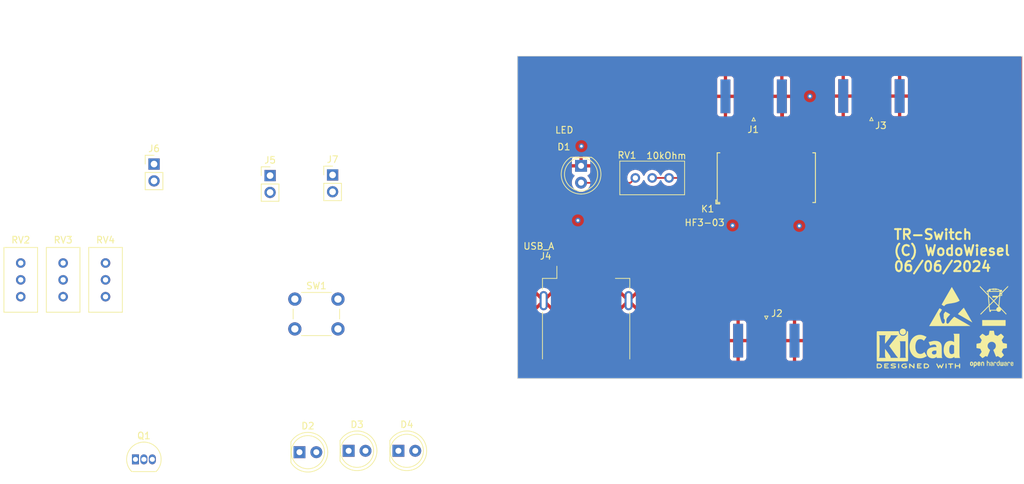
<source format=kicad_pcb>
(kicad_pcb (version 20240108) (generator "pcbnew") (generator_version "8.0")
  (title_block (title "TR-Swtich") (date "2024-06-06") (rev "0.1") (company "(C) WodoWiesel") (comment 1 "06/06/2024"))
  (layers (0 "F.Cu" signal) (31 "B.Cu" signal) (34 "B.Paste" user) (35 "F.Paste" user) (36 "B.SilkS" user "B.Silkscreen") (37 "F.SilkS" user "F.Silkscreen") (38 "B.Mask" user) (39 "F.Mask" user) (44 "Edge.Cuts" user))
  (net 0 "")
  (net 1 "GND")
  (net 2 "Net-(D1-A)")
  (net 3 "+5V")
  (net 4 "Net-(J2-In)")
  (net 5 "Net-(J3-In)")
  (net 6 "Net-(J1-In)")
  (net 11 "Net-(D3-K)")
  (net 12 "Net-(D3-A)")
  (net 13 "Net-(D4-A)")
  (net 14 "Net-(J5-Pin_2)")
  (footprint "LED_THT:LED_D5.0mm" (layer "F.Cu") (at 188.43 64.235 -90)
    (property "Reference" "D1" (at -2.855 2.59 180) (layer "F.SilkS"))
    (property "Value" "LED" (at -5.395 2.53 180) (layer "F.SilkS"))
    (pad "1" thru_hole rect (at 0 0 270) (size 1.8 1.8) (drill 0.9) (layers "*.Cu" "*.Mask") (net 1 "GND"))
    (pad "2" thru_hole circle (at 2.54 0 270) (size 1.8 1.8) (drill 0.9) (layers "*.Cu" "*.Mask") (net 2 "Net-(D1-A)"))
  )
  (footprint "Button_Switch_THT:SW_PUSH_6mm" (layer "F.Cu") (at 145.29 84.34)
    (property "Reference" "SW1" (at 3.25 -2 0) (layer "F.SilkS"))
    (property "Value" "Push_Button")
    (pad "1" thru_hole circle (at 0 0 90) (size 2 2) (drill 1.1) (layers "*.Cu" "*.Mask") (net 1 "GND"))
    (pad "1" thru_hole circle (at 6.5 0 90) (size 2 2) (drill 1.1) (layers "*.Cu" "*.Mask") (net 1 "GND"))
    (pad "2" thru_hole circle (at 0 4.5 90) (size 2 2) (drill 1.1) (layers "*.Cu" "*.Mask") (net 14 "Net-(J5-Pin_2)"))
    (pad "2" thru_hole circle (at 6.5 4.5 90) (size 2 2) (drill 1.1) (layers "*.Cu" "*.Mask") (net 14 "Net-(J5-Pin_2)"))
  )
  (footprint "Connector_Coaxial:SMA_Amphenol_132289_EdgeMount" (layer "F.Cu") (at 232.19 53.7125 90)
    (property "Reference" "J3" (at -4.4475 1.42 0) (layer "F.SilkS"))
    (property "Value" "Conn_Coaxial" (hide yes))
    (pad "1" smd rect (at 0 0 180) (size 1.5 5.08) (layers "F.Cu" "F.Paste" "F.Mask") (net 5 "Net-(J3-In)"))
    (pad "2" smd rect (at 0 -4.25 180) (size 1.5 5.08) (layers "F.Cu" "F.Paste" "F.Mask") (net 1 "GND"))
    (pad "2" smd rect (at 0 -4.25 180) (size 1.5 5.08) (layers "B.Cu" "B.Paste" "B.Mask") (net 1 "GND"))
    (pad "2" smd rect (at 0 4.25 180) (size 1.5 5.08) (layers "F.Cu" "F.Paste" "F.Mask") (net 1 "GND"))
    (pad "2" smd rect (at 0 4.25 180) (size 1.5 5.08) (layers "B.Cu" "B.Paste" "B.Mask") (net 1 "GND"))
  )
  (footprint "Connector_PinHeader_2.54mm:PinHeader_1x02_P2.54mm_Vertical" (layer "F.Cu") (at 141.56 65.71)
    (property "Reference" "J5" (at 0 -2.33 0) (layer "F.SilkS"))
    (property "Value" "Conn_01x02_Socket")
    (pad "1" thru_hole rect (at 0 0) (size 1.7 1.7) (drill 1) (layers "*.Cu" "*.Mask") (net 1 "GND"))
    (pad "2" thru_hole oval (at 0 2.54) (size 1.7 1.7) (drill 1) (layers "*.Cu" "*.Mask") (net 14 "Net-(J5-Pin_2)"))
  )
  (footprint "Symbol:OSHW-Logo2_7.3x6mm_SilkScreen" (layer "F.Cu") (at 250.32 91.87)
    (property "Reference" "REF**" (hide yes))
    (property "Value" "OSHW-Logo2_7.3x6mm_SilkScreen" (hide yes))
  )
  (footprint "Potentiometer_THT:Potentiometer_Bourns_3386C_Horizontal" (layer "F.Cu") (at 196.61 66.06 90)
    (property "Reference" "RV1" (at 3.42 -1.26 0) (layer "F.SilkS"))
    (property "Value" "10kOhm" (at 3.35 4.67 0) (layer "F.SilkS"))
    (pad "1" thru_hole circle (at 0 0 90) (size 1.44 1.44) (drill 0.8) (layers "*.Cu" "*.Mask") (net 2 "Net-(D1-A)"))
    (pad "2" thru_hole circle (at 0 2.54 90) (size 1.44 1.44) (drill 0.8) (layers "*.Cu" "*.Mask") (net 3 "+5V"))
    (pad "3" thru_hole circle (at 0 5.08 90) (size 1.44 1.44) (drill 0.8) (layers "*.Cu" "*.Mask") (net 3 "+5V"))
  )
  (footprint "Symbol:WEEE-Logo_4.2x6mm_SilkScreen" (layer "F.Cu") (at 250.66 85.36)
    (property "Reference" "REF**" (hide yes))
    (property "Value" "WEEE-Logo_4.2x6mm_SilkScreen" (hide yes))
  )
  (footprint "Potentiometer_THT:Potentiometer_Bourns_3386C_Horizontal" (layer "F.Cu") (at 116.76 78.9)
    (property "Reference" "RV4" (at 0 -3.475 0) (layer "F.SilkS"))
    (property "Value" "10kOhm")
    (pad "1" thru_hole circle (at 0 0) (size 1.44 1.44) (drill 0.8) (layers "*.Cu" "*.Mask") (net 13 "Net-(D4-A)"))
    (pad "2" thru_hole circle (at 0 2.54) (size 1.44 1.44) (drill 0.8) (layers "*.Cu" "*.Mask") (net 1 "GND"))
    (pad "3" thru_hole circle (at 0 5.08) (size 1.44 1.44) (drill 0.8) (layers "*.Cu" "*.Mask") (net 1 "GND"))
  )
  (footprint "Symbol:ESD-Logo_6.6x6mm_SilkScreen" (layer "F.Cu") (at 244.15 85.45)
    (property "Reference" "REF**" (hide yes))
    (property "Value" "ESD-Logo_6.6x6mm_SilkScreen" (hide yes))
  )
  (footprint "LED_THT:LED_D5.0mm" (layer "F.Cu") (at 160.9 107.23)
    (property "Reference" "D4" (at 1.27 -3.96 0) (layer "F.SilkS"))
    (property "Value" "LED")
    (pad "1" thru_hole rect (at 0 0) (size 1.8 1.8) (drill 0.9) (layers "*.Cu" "*.Mask") (net 1 "GND"))
    (pad "2" thru_hole circle (at 2.54 0) (size 1.8 1.8) (drill 0.9) (layers "*.Cu" "*.Mask") (net 13 "Net-(D4-A)"))
  )
  (footprint "LED_THT:LED_D5.0mm" (layer "F.Cu") (at 153.4 107.23)
    (property "Reference" "D3" (at 1.27 -3.96 0) (layer "F.SilkS"))
    (property "Value" "LED")
    (pad "1" thru_hole rect (at 0 0) (size 1.8 1.8) (drill 0.9) (layers "*.Cu" "*.Mask") (net 11 "Net-(D3-K)"))
    (pad "2" thru_hole circle (at 2.54 0) (size 1.8 1.8) (drill 0.9) (layers "*.Cu" "*.Mask") (net 12 "Net-(D3-A)"))
  )
  (footprint "Potentiometer_THT:Potentiometer_Bourns_3386C_Horizontal" (layer "F.Cu") (at 110.37 78.9)
    (property "Reference" "RV3" (at 0 -3.475 0) (layer "F.SilkS"))
    (property "Value" "10kOhm")
    (pad "1" thru_hole circle (at 0 0) (size 1.44 1.44) (drill 0.8) (layers "*.Cu" "*.Mask") (net 12 "Net-(D3-A)"))
    (pad "2" thru_hole circle (at 0 2.54) (size 1.44 1.44) (drill 0.8) (layers "*.Cu" "*.Mask") (net 3 "+5V"))
    (pad "3" thru_hole circle (at 0 5.08) (size 1.44 1.44) (drill 0.8) (layers "*.Cu" "*.Mask") (net 3 "+5V"))
  )
  (footprint "Connector_USB:USB_A_Receptacle_GCT_USB1046" (layer "F.Cu") (at 189.19 88.13)
    (property "Reference" "J4" (at -6.1 -10.27 0) (layer "F.SilkS"))
    (property "Value" "USB_A" (at -7.13 -11.77 0) (layer "F.SilkS"))
    (pad "1" smd roundrect (at -3.5 -7.25) (size 1.3 3) (layers "F.Cu" "F.Paste" "F.Mask") (net 3 "+5V"))
    (pad "2" smd roundrect (at -1 -7.25) (size 1.3 3) (layers "F.Cu" "F.Paste" "F.Mask"))
    (pad "3" smd roundrect (at 1 -7.25) (size 1.3 3) (layers "F.Cu" "F.Paste" "F.Mask"))
    (pad "4" smd roundrect (at 3.5 -7.25) (size 1.3 3) (layers "F.Cu" "F.Paste" "F.Mask") (net 1 "GND"))
    (pad "5" thru_hole oval (at -6.4 -3.55) (size 1.2 2.9) (drill oval 0.6 2.3) (layers "*.Cu" "*.Mask") (net 1 "GND"))
    (pad "5" thru_hole oval (at 6.4 -3.55) (size 1.2 2.9) (drill oval 0.6 2.3) (layers "*.Cu" "*.Mask") (net 1 "GND"))
  )
  (footprint "Package_TO_SOT_THT:TO-92_Inline" (layer "F.Cu") (at 121.27 108.52)
    (property "Reference" "Q1" (at 1.27 -3.56 0) (layer "F.SilkS"))
    (property "Value" "2N7000")
    (pad "1" thru_hole rect (at 0 0) (size 1.05 1.5) (drill 0.75) (layers "*.Cu" "*.Mask") (net 1 "GND"))
    (pad "2" thru_hole oval (at 1.27 0) (size 1.05 1.5) (drill 0.75) (layers "*.Cu" "*.Mask") (net 14 "Net-(J5-Pin_2)"))
    (pad "3" thru_hole oval (at 2.54 0) (size 1.05 1.5) (drill 0.75) (layers "*.Cu" "*.Mask") (net 11 "Net-(D3-K)"))
  )
  (footprint "Connector_Coaxial:SMA_Amphenol_132289_EdgeMount" (layer "F.Cu") (at 216.35 90.6075 -90)
    (property "Reference" "J2" (at -4.1075 -1.59 0) (layer "F.SilkS"))
    (property "Value" "Conn_Coaxial" (hide yes))
    (pad "1" smd rect (at 0 0) (size 1.5 5.08) (layers "F.Cu" "F.Paste" "F.Mask") (net 4 "Net-(J2-In)"))
    (pad "2" smd rect (at 0 -4.25) (size 1.5 5.08) (layers "F.Cu" "F.Paste" "F.Mask") (net 1 "GND"))
    (pad "2" smd rect (at 0 -4.25) (size 1.5 5.08) (layers "B.Cu" "B.Paste" "B.Mask") (net 1 "GND"))
    (pad "2" smd rect (at 0 4.25) (size 1.5 5.08) (layers "F.Cu" "F.Paste" "F.Mask") (net 1 "GND"))
    (pad "2" smd rect (at 0 4.25) (size 1.5 5.08) (layers "B.Cu" "B.Paste" "B.Mask") (net 1 "GND"))
  )
  (footprint "Connector_PinHeader_2.54mm:PinHeader_1x02_P2.54mm_Vertical" (layer "F.Cu") (at 124.07 63.97)
    (property "Reference" "J6" (at 0 -2.33 0) (layer "F.SilkS"))
    (property "Value" "Conn_01x02_Socket")
    (pad "1" thru_hole rect (at 0 0) (size 1.7 1.7) (drill 1) (layers "*.Cu" "*.Mask") (net 1 "GND"))
    (pad "2" thru_hole oval (at 0 2.54) (size 1.7 1.7) (drill 1) (layers "*.Cu" "*.Mask") (net 3 "+5V"))
  )
  (footprint "Connector_PinHeader_2.54mm:PinHeader_1x02_P2.54mm_Vertical" (layer "F.Cu") (at 150.98 65.61)
    (property "Reference" "J7" (at 0 -2.33 0) (layer "F.SilkS"))
    (property "Value" "Conn_01x02_Socket")
    (pad "1" thru_hole rect (at 0 0) (size 1.7 1.7) (drill 1) (layers "*.Cu" "*.Mask") (net 1 "GND"))
    (pad "2" thru_hole oval (at 0 2.54) (size 1.7 1.7) (drill 1) (layers "*.Cu" "*.Mask") (net 3 "+5V"))
  )
  (footprint "Connector_Coaxial:SMA_Amphenol_132289_EdgeMount" (layer "F.Cu") (at 214.44 53.75 90)
    (property "Reference" "J1" (at -5.0075 -0.07 0) (layer "F.SilkS"))
    (property "Value" "Conn_Coaxial" (hide yes))
    (pad "1" smd rect (at 0 0 180) (size 1.5 5.08) (layers "F.Cu" "F.Paste" "F.Mask") (net 6 "Net-(J1-In)"))
    (pad "2" smd rect (at 0 -4.25 180) (size 1.5 5.08) (layers "F.Cu" "F.Paste" "F.Mask") (net 1 "GND"))
    (pad "2" smd rect (at 0 -4.25 180) (size 1.5 5.08) (layers "B.Cu" "B.Paste" "B.Mask") (net 1 "GND"))
    (pad "2" smd rect (at 0 4.25 180) (size 1.5 5.08) (layers "F.Cu" "F.Paste" "F.Mask") (net 1 "GND"))
    (pad "2" smd rect (at 0 4.25 180) (size 1.5 5.08) (layers "B.Cu" "B.Paste" "B.Mask") (net 1 "GND"))
  )
  (footprint "Relay_SMD:Relay_SPDT_AXICOM_HF3Series_75ohms_Pitch1.27mm" (layer "F.Cu") (at 216.35 66.07 90)
    (property "Reference" "K1" (at -4.67 -8.84 180) (layer "F.SilkS"))
    (property "Value" "HF3-03" (at -6.74 -9.3 180) (layer "F.SilkS"))
    (pad "1" smd rect (at -3.75 -6.35 90) (size 2.5 0.7) (layers "F.Cu" "F.Paste" "F.Mask") (net 3 "+5V"))
    (pad "2" smd rect (at -4 -5.08 90) (size 2 0.9) (layers "F.Cu" "F.Paste" "F.Mask") (net 1 "GND"))
    (pad "5" smd rect (at -4 -1.27 90) (size 2 0.6) (layers "F.Cu" "F.Paste" "F.Mask") (net 1 "GND"))
    (pad "6" smd rect (at -4 0 90) (size 2 0.5) (layers "F.Cu" "F.Paste" "F.Mask") (net 4 "Net-(J2-In)"))
    (pad "7" smd rect (at -4 1.27 90) (size 2 0.6) (layers "F.Cu" "F.Paste" "F.Mask") (net 1 "GND"))
    (pad "10" smd rect (at -4 5.08 90) (size 2 0.9) (layers "F.Cu" "F.Paste" "F.Mask") (net 1 "GND"))
    (pad "11" smd rect (at -3.75 6.35 90) (size 2.5 0.7) (layers "F.Cu" "F.Paste" "F.Mask") (net 1 "GND"))
    (pad "12" smd rect (at 3.75 6.35 90) (size 2.5 0.7) (layers "F.Cu" "F.Paste" "F.Mask") (net 1 "GND"))
    (pad "13" smd rect (at 4 5.08 90) (size 2 0.6) (layers "F.Cu" "F.Paste" "F.Mask") (net 1 "GND"))
    (pad "14" smd rect (at 4 3.81 90) (size 2 0.5) (layers "F.Cu" "F.Paste" "F.Mask") (net 5 "Net-(J3-In)"))
    (pad "15" smd rect (at 4 2.54 90) (size 2 0.6) (layers "F.Cu" "F.Paste" "F.Mask") (net 1 "GND"))
    (pad "17" smd rect (at 4 0 90) (size 2 0.9) (layers "F.Cu" "F.Paste" "F.Mask") (net 1 "GND"))
    (pad "19" smd rect (at 4 -2.54 90) (size 2 0.6) (layers "F.Cu" "F.Paste" "F.Mask") (net 1 "GND"))
    (pad "20" smd rect (at 4 -3.81 90) (size 2 0.5) (layers "F.Cu" "F.Paste" "F.Mask") (net 6 "Net-(J1-In)"))
    (pad "21" smd rect (at 4 -5.08 90) (size 2 0.6) (layers "F.Cu" "F.Paste" "F.Mask") (net 1 "GND"))
    (pad "22" smd rect (at 3.75 -6.35 90) (size 2.5 0.7) (layers "F.Cu" "F.Paste" "F.Mask") (net 1 "GND"))
  )
  (footprint "Symbol:KiCad-Logo2_5mm_SilkScreen" (layer "F.Cu") (at 239.27 91.79)
    (property "Reference" "REF**" (hide yes))
    (property "Value" "KiCad-Logo2_5mm_SilkScreen" (hide yes))
  )
  (footprint "LED_THT:LED_D5.0mm" (layer "F.Cu") (at 145.99 107.44)
    (property "Reference" "D2" (at 1.27 -3.96 0) (layer "F.SilkS"))
    (property "Value" "LED")
    (pad "1" thru_hole rect (at 0 0) (size 1.8 1.8) (drill 0.9) (layers "*.Cu" "*.Mask"))
    (pad "2" thru_hole circle (at 2.54 0) (size 1.8 1.8) (drill 0.9) (layers "*.Cu" "*.Mask"))
  )
  (footprint "Potentiometer_THT:Potentiometer_Bourns_3386C_Horizontal" (layer "F.Cu") (at 103.98 78.9)
    (property "Reference" "RV2" (at 0 -3.475 0) (layer "F.SilkS"))
    (property "Value" "10kOhm")
    (pad "1" thru_hole circle (at 0 0) (size 1.44 1.44) (drill 0.8) (layers "*.Cu" "*.Mask") (net 14 "Net-(J5-Pin_2)"))
    (pad "2" thru_hole circle (at 0 2.54) (size 1.44 1.44) (drill 0.8) (layers "*.Cu" "*.Mask") (net 3 "+5V"))
    (pad "3" thru_hole circle (at 0 5.08) (size 1.44 1.44) (drill 0.8) (layers "*.Cu" "*.Mask") (net 3 "+5V"))
  )
  (gr_rect (start 178.85 47.69) (end 254.93 96.32) (stroke (width 0.1)) (fill none) (layer "Edge.Cuts"))
  (gr_text "TR-Switch\n(C) WodoWiesel\n06/06/2024" (at 235.41 80.31 0) (layer "F.SilkS") (effects (font (size 1.5 1.5) (thickness 0.3) (bold yes)) (justify left bottom)))
  (segment (start 212.1 91.54) (end 212.1 90.6075) (width 0.25) (layer "F.Cu") (net 1))
  (segment (start 211.27 73.22) (end 211.26 73.23) (width 0.25) (layer "F.Cu") (net 1))
  (segment (start 221.32 73.3) (end 221.32 73.22) (width 0.25) (layer "F.Cu") (net 1))
  (segment (start 222.45 70.07) (end 222.7 69.82) (width 0.25) (layer "F.Cu") (net 1))
  (segment (start 215.08 70.07) (end 215.08 70.81) (width 0.25) (layer "F.Cu") (net 1))
  (segment (start 210 53.94) (end 210.19 53.75) (width 0.25) (layer "F.Cu") (net 1))
  (segment (start 188.48 64.185) (end 188.48 61.5) (width 0.25) (layer "F.Cu") (net 1))
  (segment (start 192.69 81.68) (end 192.69 80.88) (width 0.25) (layer "F.Cu") (net 1))
  (segment (start 188.48 61.5) (end 188.44 61.46) (width 0.25) (layer "F.Cu") (net 1))
  (segment (start 188.43 64.235) (end 188.48 64.185) (width 0.25) (layer "F.Cu") (net 1))
  (segment (start 218.89 53.95) (end 218.69 53.75) (width 0.25) (layer "F.Cu") (net 1))
  (segment (start 218.89 62.07) (end 218.89 53.95) (width 0.25) (layer "F.Cu") (net 1))
  (segment (start 227.9025 53.75) (end 227.94 53.7125) (width 0.25) (layer "F.Cu") (net 1))
  (segment (start 221.32 73.22) (end 221.43 73.11) (width 0.25) (layer "F.Cu") (net 1))
  (via (at 222.92 53.74) (size 0.8) (drill 0.4) (layers "F.Cu" "B.Cu") (net 1))
  (via (at 211.26 73.23) (size 0.8) (drill 0.4) (layers "F.Cu" "B.Cu") (net 1))
  (via (at 188.48 61.27) (size 0.8) (drill 0.4) (layers "F.Cu" "B.Cu") (net 1))
  (via (at 221.32 73.3) (size 0.8) (drill 0.4) (layers "F.Cu" "B.Cu") (net 1))
  (via (at 187.95 72.47) (size 0.8) (drill 0.4) (layers "F.Cu" "B.Cu") (net 1))
  (segment (start 188.43 66.775) (end 188.455 66.8) (width 0.25) (layer "F.Cu") (net 2))
  (segment (start 195.87 66.8) (end 196.61 66.06) (width 0.25) (layer "F.Cu") (net 2))
  (segment (start 188.455 66.8) (end 195.87 66.8) (width 0.25) (layer "F.Cu") (net 2))
  (segment (start 185.69 80.88) (end 185.69 76.33) (width 0.25) (layer "F.Cu") (net 3))
  (segment (start 185.69 76.33) (end 186.59 75.43) (width 0.25) (layer "F.Cu") (net 3))
  (segment (start 210 69.82) (end 207.5 67.32) (width 0.25) (layer "F.Cu") (net 3))
  (segment (start 199.39 75.43) (end 186.59 75.43) (width 0.25) (layer "F.Cu") (net 3))
  (segment (start 206.24 66.06) (end 201.69 66.06) (width 0.25) (layer "F.Cu") (net 3))
  (segment (start 207.5 67.32) (end 206.24 66.06) (width 0.25) (layer "F.Cu") (net 3))
  (segment (start 201.69 66.06) (end 199.15 66.06) (width 0.25) (layer "F.Cu") (net 3))
  (segment (start 207.5 67.32) (end 199.39 75.43) (width 0.25) (layer "F.Cu") (net 3))
  (segment (start 216.35 91.09) (end 216.35 70.07) (width 0.25) (layer "F.Cu") (net 4))
  (segment (start 232.19 58.48) (end 232.19 53.7125) (width 0.25) (layer "F.Cu") (net 5))
  (segment (start 221.89 59.34) (end 231.33 59.34) (width 0.25) (layer "F.Cu") (net 5))
  (segment (start 220.16 62.07) (end 220.16 61.07) (width 0.25) (layer "F.Cu") (net 5))
  (segment (start 220.16 61.07) (end 221.89 59.34) (width 0.25) (layer "F.Cu") (net 5))
  (segment (start 231.33 59.34) (end 232.19 58.48) (width 0.25) (layer "F.Cu") (net 5))
  (segment (start 212.54 59.16) (end 212.54 62.07) (width 0.25) (layer "F.Cu") (net 6))
  (segment (start 214.44 53.75) (end 214.44 57.26) (width 0.25) (layer "F.Cu") (net 6))
  (segment (start 214.44 57.26) (end 212.54 59.16) (width 0.25) (layer "F.Cu") (net 6))
  (zone (net 1) (net_name "GND") (layers "F&B.Cu") (connect_pads (clearance 0.5)) (min_thickness 0.25) (fill yes (thermal_gap 0.5) (thermal_bridge_width 0.5) (island_removal_mode 1) (island_area_min 10))
    (polygon (pts (xy 178.88 47.63) (xy 178.97 96.27) (xy 255.19 96.41) (xy 254.91 47.78)))
  )
  (zone (net 0) (net_name "") (layer "B.Cu") (priority 1) (connect_pads (clearance 0.5)) (min_thickness 0.25) (fill yes (thermal_gap 0.5) (thermal_bridge_width 0.5) (island_removal_mode 1) (island_area_min 10))
    (polygon (pts (xy 178.83 47.69) (xy 178.89 96.4) (xy 255 96.27) (xy 254.81 47.63)))
  )
)
</source>
